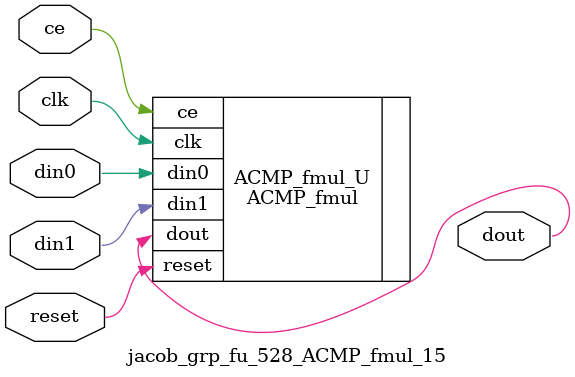
<source format=v>

`timescale 1 ns / 1 ps
module jacob_grp_fu_528_ACMP_fmul_15(
    clk,
    reset,
    ce,
    din0,
    din1,
    dout);

parameter ID = 32'd1;
parameter NUM_STAGE = 32'd1;
parameter din0_WIDTH = 32'd1;
parameter din1_WIDTH = 32'd1;
parameter dout_WIDTH = 32'd1;
input clk;
input reset;
input ce;
input[din0_WIDTH - 1:0] din0;
input[din1_WIDTH - 1:0] din1;
output[dout_WIDTH - 1:0] dout;



ACMP_fmul #(
.ID( ID ),
.NUM_STAGE( 4 ),
.din0_WIDTH( din0_WIDTH ),
.din1_WIDTH( din1_WIDTH ),
.dout_WIDTH( dout_WIDTH ))
ACMP_fmul_U(
    .clk( clk ),
    .reset( reset ),
    .ce( ce ),
    .din0( din0 ),
    .din1( din1 ),
    .dout( dout ));

endmodule

</source>
